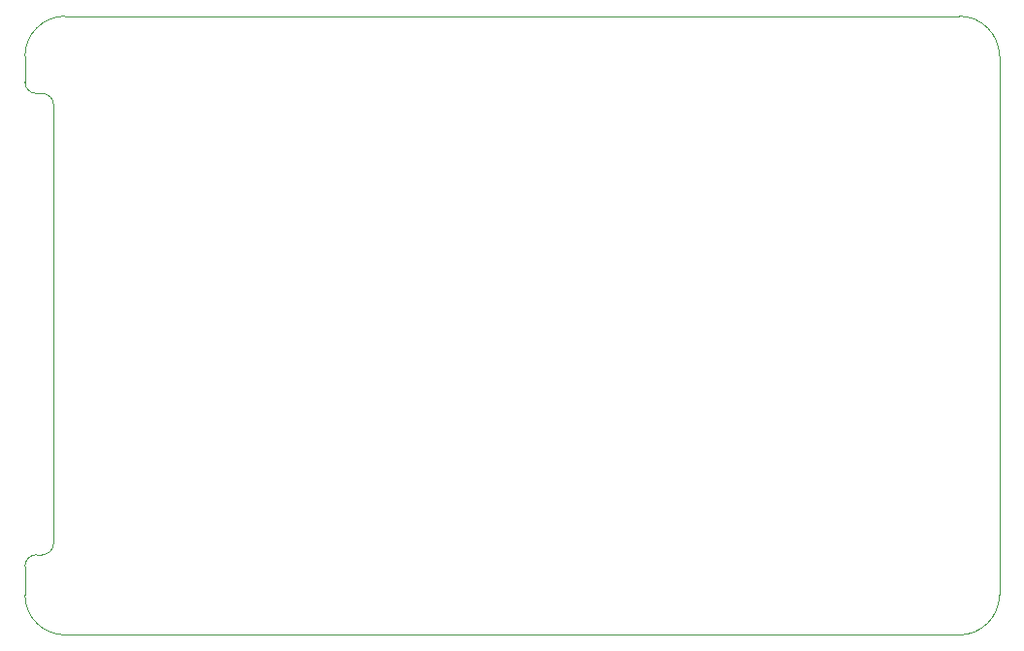
<source format=gbr>
%TF.GenerationSoftware,KiCad,Pcbnew,8.0.6*%
%TF.CreationDate,2024-10-28T10:58:12+07:00*%
%TF.ProjectId,PICO_ADC_Test,5049434f-5f41-4444-935f-546573742e6b,R0.1*%
%TF.SameCoordinates,PX72ade90PY75c75e0*%
%TF.FileFunction,Profile,NP*%
%FSLAX46Y46*%
G04 Gerber Fmt 4.6, Leading zero omitted, Abs format (unit mm)*
G04 Created by KiCad (PCBNEW 8.0.6) date 2024-10-28 10:58:12*
%MOMM*%
%LPD*%
G01*
G04 APERTURE LIST*
%TA.AperFunction,Profile*%
%ADD10C,0.100000*%
%TD*%
G04 APERTURE END LIST*
D10*
X1000000Y7000000D02*
X1500000Y7000000D01*
X0Y50500000D02*
G75*
G02*
X3500000Y54000000I3500000J0D01*
G01*
X1000000Y47250000D02*
X1500000Y47250000D01*
X0Y3500000D02*
X0Y6000000D01*
X85000000Y50500000D02*
X85000000Y3500000D01*
X3500000Y54000000D02*
X81500000Y54000000D01*
X2500000Y46250000D02*
X2500000Y8000000D01*
X81500000Y54000000D02*
G75*
G02*
X85000000Y50500000I0J-3500000D01*
G01*
X3500000Y0D02*
G75*
G02*
X0Y3500000I0J3500000D01*
G01*
X1500000Y47250000D02*
G75*
G02*
X2500000Y46250000I0J-1000000D01*
G01*
X81500000Y0D02*
X3500000Y0D01*
X0Y6000000D02*
G75*
G02*
X1000000Y7000000I1000000J0D01*
G01*
X1000000Y47250000D02*
G75*
G02*
X0Y48250000I0J1000000D01*
G01*
X2500000Y8000000D02*
G75*
G02*
X1500000Y7000000I-1000000J0D01*
G01*
X85000000Y3500000D02*
G75*
G02*
X81500000Y0I-3500000J0D01*
G01*
X0Y48250000D02*
X0Y50500000D01*
M02*

</source>
